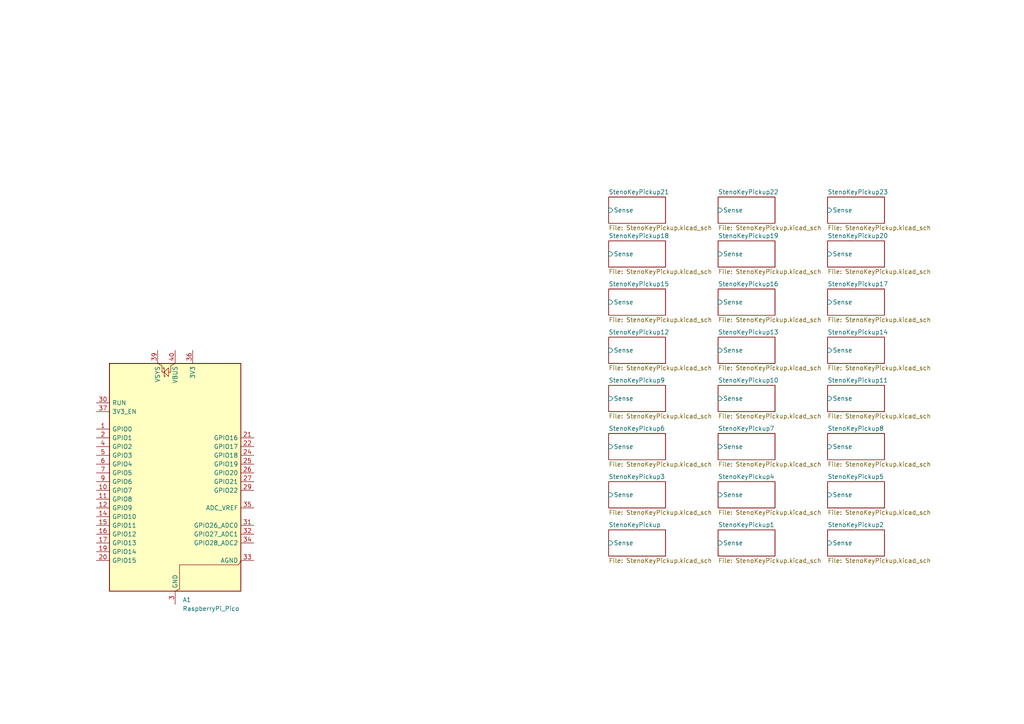
<source format=kicad_sch>
(kicad_sch (version 20250114) (generator "eeschema") (generator_version "9.0")
  (paper "A4")
  (title_block (title "StenoStroker") (rev "${REVISION}") (company "N/A"))
  (lib_symbols
    (symbol "MCU_Module:RaspberryPi_Pico" (pin_names (offset 0.762))
      (property "Reference" "A" (at -19.05 35.56 0))
      (property "Value" "RaspberryPi_Pico" (at 7.62 35.56 0))
      (symbol "RaspberryPi_Pico_0_1"
        (rectangle (start -19.05 34.29) (end 19.05 -31.75) (stroke (width 0.254)) (fill (type background)))
        (polyline (pts (xy -5.08 34.29) (xy -3.81 33.655) (xy -3.81 31.75) (xy -3.175 31.75)))
        (polyline (pts (xy -3.429 32.766) (xy -3.429 33.02) (xy -3.175 33.02) (xy -3.175 30.48) (xy -2.921 30.48) (xy -2.921 30.734)))
        (polyline (pts (xy -3.175 31.75) (xy -1.905 33.02) (xy -1.905 30.48) (xy -3.175 31.75)))
        (polyline (pts (xy 0 34.29) (xy -1.27 33.655) (xy -1.27 31.75) (xy -1.905 31.75)))
        (polyline (pts (xy 0 -31.75) (xy 1.27 -31.115) (xy 1.27 -24.13) (xy 18.415 -24.13) (xy 19.05 -22.86)))
      )
      (symbol "RaspberryPi_Pico_1_1"
        (pin passive line (at -22.86 22.86 0) (length 3.81) (name "RUN") (number "30"))
        (pin passive line (at -22.86 20.32 0) (length 3.81) (name "3V3_EN") (number "37"))
        (pin bidirectional line (at -22.86 15.24 0) (length 3.81) (name "GPIO0") (number "1"))
        (pin bidirectional line (at -22.86 12.7 0) (length 3.81) (name "GPIO1") (number "2"))
        (pin bidirectional line (at -22.86 10.16 0) (length 3.81) (name "GPIO2") (number "4"))
        (pin bidirectional line (at -22.86 7.62 0) (length 3.81) (name "GPIO3") (number "5"))
        (pin bidirectional line (at -22.86 5.08 0) (length 3.81) (name "GPIO4") (number "6"))
        (pin bidirectional line (at -22.86 2.54 0) (length 3.81) (name "GPIO5") (number "7"))
        (pin bidirectional line (at -22.86 0 0) (length 3.81) (name "GPIO6") (number "9"))
        (pin bidirectional line (at -22.86 -2.54 0) (length 3.81) (name "GPIO7") (number "10"))
        (pin bidirectional line (at -22.86 -5.08 0) (length 3.81) (name "GPIO8") (number "11"))
        (pin bidirectional line (at -22.86 -7.62 0) (length 3.81) (name "GPIO9") (number "12"))
        (pin bidirectional line (at -22.86 -10.16 0) (length 3.81) (name "GPIO10") (number "14"))
        (pin bidirectional line (at -22.86 -12.7 0) (length 3.81) (name "GPIO11") (number "15"))
        (pin bidirectional line (at -22.86 -15.24 0) (length 3.81) (name "GPIO12") (number "16"))
        (pin bidirectional line (at -22.86 -17.78 0) (length 3.81) (name "GPIO13") (number "17"))
        (pin bidirectional line (at -22.86 -20.32 0) (length 3.81) (name "GPIO14") (number "19"))
        (pin bidirectional line (at -22.86 -22.86 0) (length 3.81) (name "GPIO15") (number "20"))
        (pin power_in line (at -5.08 38.1 270) (length 3.81) (name "VSYS") (number "39"))
        (pin power_out line (at 0 38.1 270) (length 3.81) (name "VBUS") (number "40"))
        (pin passive line (at 0 -35.56 90) (length 3.81) (hide yes) (name "GND") (number "13"))
        (pin passive line (at 0 -35.56 90) (length 3.81) (hide yes) (name "GND") (number "18"))
        (pin passive line (at 0 -35.56 90) (length 3.81) (hide yes) (name "GND") (number "23"))
        (pin passive line (at 0 -35.56 90) (length 3.81) (hide yes) (name "GND") (number "28"))
        (pin power_out line (at 0 -35.56 90) (length 3.81) (name "GND") (number "3"))
        (pin passive line (at 0 -35.56 90) (length 3.81) (hide yes) (name "GND") (number "38"))
        (pin passive line (at 0 -35.56 90) (length 3.81) (hide yes) (name "GND") (number "8"))
        (pin power_out line (at 5.08 38.1 270) (length 3.81) (name "3V3") (number "36"))
        (pin bidirectional line (at 22.86 12.7 180) (length 3.81) (name "GPIO16") (number "21"))
        (pin bidirectional line (at 22.86 10.16 180) (length 3.81) (name "GPIO17") (number "22"))
        (pin bidirectional line (at 22.86 7.62 180) (length 3.81) (name "GPIO18") (number "24"))
        (pin bidirectional line (at 22.86 5.08 180) (length 3.81) (name "GPIO19") (number "25"))
        (pin bidirectional line (at 22.86 2.54 180) (length 3.81) (name "GPIO20") (number "26"))
        (pin bidirectional line (at 22.86 0 180) (length 3.81) (name "GPIO21") (number "27"))
        (pin bidirectional line (at 22.86 -2.54 180) (length 3.81) (name "GPIO22") (number "29"))
        (pin power_in line (at 22.86 -7.62 180) (length 3.81) (name "ADC_VREF") (number "35"))
        (pin bidirectional line (at 22.86 -12.7 180) (length 3.81) (name "GPIO26_ADC0") (number "31"))
        (pin bidirectional line (at 22.86 -15.24 180) (length 3.81) (name "GPIO27_ADC1") (number "32"))
        (pin bidirectional line (at 22.86 -17.78 180) (length 3.81) (name "GPIO28_ADC2") (number "34"))
        (pin power_out line (at 22.86 -22.86 180) (length 3.81) (name "AGND") (number "33"))
      )
    )
  )
  (symbol (lib_id "MCU_Module:RaspberryPi_Pico") (at 50.8 139.7 0) (unit 1)
    (property "Reference" "A1" (at 52.9433 173.99 0) (effects (justify left)))
    (property "Value" "RaspberryPi_Pico" (at 52.9433 176.53 0) (effects (justify left)))
    (property "Footprint" "Module:RaspberryPi_Pico_Common_SMD" (effects (hide yes)))
    (property "Datasheet" "https://datasheets.raspberrypi.com/pico/pico-datasheet.pdf" (effects (hide yes)))
    (property "Description" "Versatile and inexpensive microcontroller module powered by RP2040 dual-core Arm Cortex-M0+ processor up to 133 MHz, 264kB SRAM, 2MB QSPI flash; also supports Raspberry Pi Pico 2" (effects (hide yes)))
  )
  (sheet (at 208.28 139.7) (size 16.51 7.62) (stroke (width 0.1524))
    (property "Sheetname" "StenoKeyPickup4" (at 208.28 138.9884 0) (effects (justify left bottom)))
    (property "Sheetfile" "StenoKeyPickup.kicad_sch" (at 208.28 147.9046 0) (effects (justify left top)))
    (pin "Sense" input (at 208.28 143.51 180))
  )
  (sheet (at 176.53 83.82) (size 16.51 7.62) (stroke (width 0.1524))
    (property "Sheetname" "StenoKeyPickup15" (at 176.53 83.1084 0) (effects (justify left bottom)))
    (property "Sheetfile" "StenoKeyPickup.kicad_sch" (at 176.53 92.0246 0) (effects (justify left top)))
    (pin "Sense" input (at 176.53 87.63 180))
  )
  (sheet (at 176.53 153.67) (size 16.51 7.62) (stroke (width 0.1524))
    (property "Sheetname" "StenoKeyPickup" (at 176.53 152.9584 0) (effects (justify left bottom)))
    (property "Sheetfile" "StenoKeyPickup.kicad_sch" (at 176.53 161.8746 0) (effects (justify left top)))
    (pin "Sense" input (at 176.53 157.48 180))
  )
  (sheet (at 208.28 83.82) (size 16.51 7.62) (stroke (width 0.1524))
    (property "Sheetname" "StenoKeyPickup16" (at 208.28 83.1084 0) (effects (justify left bottom)))
    (property "Sheetfile" "StenoKeyPickup.kicad_sch" (at 208.28 92.0246 0) (effects (justify left top)))
    (pin "Sense" input (at 208.28 87.63 180))
  )
  (sheet (at 240.03 57.15) (size 16.51 7.62) (stroke (width 0.1524))
    (property "Sheetname" "StenoKeyPickup23" (at 240.03 56.4384 0) (effects (justify left bottom)))
    (property "Sheetfile" "StenoKeyPickup.kicad_sch" (at 240.03 65.3546 0) (effects (justify left top)))
    (pin "Sense" input (at 240.03 60.96 180))
  )
  (sheet (at 240.03 69.85) (size 16.51 7.62) (stroke (width 0.1524))
    (property "Sheetname" "StenoKeyPickup20" (at 240.03 69.1384 0) (effects (justify left bottom)))
    (property "Sheetfile" "StenoKeyPickup.kicad_sch" (at 240.03 78.0546 0) (effects (justify left top)))
    (pin "Sense" input (at 240.03 73.66 180))
  )
  (sheet (at 208.28 97.79) (size 16.51 7.62) (stroke (width 0.1524))
    (property "Sheetname" "StenoKeyPickup13" (at 208.28 97.0784 0) (effects (justify left bottom)))
    (property "Sheetfile" "StenoKeyPickup.kicad_sch" (at 208.28 105.9946 0) (effects (justify left top)))
    (pin "Sense" input (at 208.28 101.6 180))
  )
  (sheet (at 208.28 125.73) (size 16.51 7.62) (stroke (width 0.1524))
    (property "Sheetname" "StenoKeyPickup7" (at 208.28 125.0184 0) (effects (justify left bottom)))
    (property "Sheetfile" "StenoKeyPickup.kicad_sch" (at 208.28 133.9346 0) (effects (justify left top)))
    (pin "Sense" input (at 208.28 129.54 180))
  )
  (sheet (at 176.53 139.7) (size 16.51 7.62) (stroke (width 0.1524))
    (property "Sheetname" "StenoKeyPickup3" (at 176.53 138.9884 0) (effects (justify left bottom)))
    (property "Sheetfile" "StenoKeyPickup.kicad_sch" (at 176.53 147.9046 0) (effects (justify left top)))
    (pin "Sense" input (at 176.53 143.51 180))
  )
  (sheet (at 240.03 125.73) (size 16.51 7.62) (stroke (width 0.1524))
    (property "Sheetname" "StenoKeyPickup8" (at 240.03 125.0184 0) (effects (justify left bottom)))
    (property "Sheetfile" "StenoKeyPickup.kicad_sch" (at 240.03 133.9346 0) (effects (justify left top)))
    (pin "Sense" input (at 240.03 129.54 180))
  )
  (sheet (at 240.03 97.79) (size 16.51 7.62) (stroke (width 0.1524))
    (property "Sheetname" "StenoKeyPickup14" (at 240.03 97.0784 0) (effects (justify left bottom)))
    (property "Sheetfile" "StenoKeyPickup.kicad_sch" (at 240.03 105.9946 0) (effects (justify left top)))
    (pin "Sense" input (at 240.03 101.6 180))
  )
  (sheet (at 176.53 125.73) (size 16.51 7.62) (stroke (width 0.1524))
    (property "Sheetname" "StenoKeyPickup6" (at 176.53 125.0184 0) (effects (justify left bottom)))
    (property "Sheetfile" "StenoKeyPickup.kicad_sch" (at 176.53 133.9346 0) (effects (justify left top)))
    (pin "Sense" input (at 176.53 129.54 180))
  )
  (sheet (at 176.53 97.79) (size 16.51 7.62) (stroke (width 0.1524))
    (property "Sheetname" "StenoKeyPickup12" (at 176.53 97.0784 0) (effects (justify left bottom)))
    (property "Sheetfile" "StenoKeyPickup.kicad_sch" (at 176.53 105.9946 0) (effects (justify left top)))
    (pin "Sense" input (at 176.53 101.6 180))
  )
  (sheet (at 240.03 83.82) (size 16.51 7.62) (stroke (width 0.1524))
    (property "Sheetname" "StenoKeyPickup17" (at 240.03 83.1084 0) (effects (justify left bottom)))
    (property "Sheetfile" "StenoKeyPickup.kicad_sch" (at 240.03 92.0246 0) (effects (justify left top)))
    (pin "Sense" input (at 240.03 87.63 180))
  )
  (sheet (at 240.03 139.7) (size 16.51 7.62) (stroke (width 0.1524))
    (property "Sheetname" "StenoKeyPickup5" (at 240.03 138.9884 0) (effects (justify left bottom)))
    (property "Sheetfile" "StenoKeyPickup.kicad_sch" (at 240.03 147.9046 0) (effects (justify left top)))
    (pin "Sense" input (at 240.03 143.51 180))
  )
  (sheet (at 208.28 153.67) (size 16.51 7.62) (stroke (width 0.1524))
    (property "Sheetname" "StenoKeyPickup1" (at 208.28 152.9584 0) (effects (justify left bottom)))
    (property "Sheetfile" "StenoKeyPickup.kicad_sch" (at 208.28 161.8746 0) (effects (justify left top)))
    (pin "Sense" input (at 208.28 157.48 180))
  )
  (sheet (at 208.28 111.76) (size 16.51 7.62) (stroke (width 0.1524))
    (property "Sheetname" "StenoKeyPickup10" (at 208.28 111.0484 0) (effects (justify left bottom)))
    (property "Sheetfile" "StenoKeyPickup.kicad_sch" (at 208.28 119.9646 0) (effects (justify left top)))
    (pin "Sense" input (at 208.28 115.57 180))
  )
  (sheet (at 208.28 69.85) (size 16.51 7.62) (stroke (width 0.1524))
    (property "Sheetname" "StenoKeyPickup19" (at 208.28 69.1384 0) (effects (justify left bottom)))
    (property "Sheetfile" "StenoKeyPickup.kicad_sch" (at 208.28 78.0546 0) (effects (justify left top)))
    (pin "Sense" input (at 208.28 73.66 180))
  )
  (sheet (at 240.03 153.67) (size 16.51 7.62) (stroke (width 0.1524))
    (property "Sheetname" "StenoKeyPickup2" (at 240.03 152.9584 0) (effects (justify left bottom)))
    (property "Sheetfile" "StenoKeyPickup.kicad_sch" (at 240.03 161.8746 0) (effects (justify left top)))
    (pin "Sense" input (at 240.03 157.48 180))
  )
  (sheet (at 176.53 69.85) (size 16.51 7.62) (stroke (width 0.1524))
    (property "Sheetname" "StenoKeyPickup18" (at 176.53 69.1384 0) (effects (justify left bottom)))
    (property "Sheetfile" "StenoKeyPickup.kicad_sch" (at 176.53 78.0546 0) (effects (justify left top)))
    (pin "Sense" input (at 176.53 73.66 180))
  )
  (sheet (at 176.53 111.76) (size 16.51 7.62) (stroke (width 0.1524))
    (property "Sheetname" "StenoKeyPickup9" (at 176.53 111.0484 0) (effects (justify left bottom)))
    (property "Sheetfile" "StenoKeyPickup.kicad_sch" (at 176.53 119.9646 0) (effects (justify left top)))
    (pin "Sense" input (at 176.53 115.57 180))
  )
  (sheet (at 176.53 57.15) (size 16.51 7.62) (stroke (width 0.1524))
    (property "Sheetname" "StenoKeyPickup21" (at 176.53 56.4384 0) (effects (justify left bottom)))
    (property "Sheetfile" "StenoKeyPickup.kicad_sch" (at 176.53 65.3546 0) (effects (justify left top)))
    (pin "Sense" input (at 176.53 60.96 180))
  )
  (sheet (at 208.28 57.15) (size 16.51 7.62) (stroke (width 0.1524))
    (property "Sheetname" "StenoKeyPickup22" (at 208.28 56.4384 0) (effects (justify left bottom)))
    (property "Sheetfile" "StenoKeyPickup.kicad_sch" (at 208.28 65.3546 0) (effects (justify left top)))
    (pin "Sense" input (at 208.28 60.96 180))
  )
  (sheet (at 240.03 111.76) (size 16.51 7.62) (stroke (width 0.1524))
    (property "Sheetname" "StenoKeyPickup11" (at 240.03 111.0484 0) (effects (justify left bottom)))
    (property "Sheetfile" "StenoKeyPickup.kicad_sch" (at 240.03 119.9646 0) (effects (justify left top)))
    (pin "Sense" input (at 240.03 115.57 180))
  )
)
</source>
